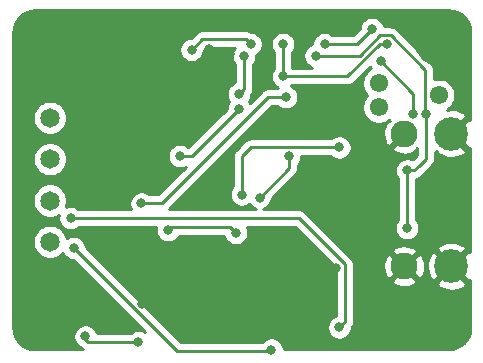
<source format=gbr>
%TF.GenerationSoftware,KiCad,Pcbnew,(5.1.12-1-g0a0a2da680)-1*%
%TF.CreationDate,2022-10-27T20:06:52+02:00*%
%TF.ProjectId,ThermoDeviceLogger,54686572-6d6f-4446-9576-6963654c6f67,rev?*%
%TF.SameCoordinates,Original*%
%TF.FileFunction,Copper,L2,Bot*%
%TF.FilePolarity,Positive*%
%FSLAX46Y46*%
G04 Gerber Fmt 4.6, Leading zero omitted, Abs format (unit mm)*
G04 Created by KiCad (PCBNEW (5.1.12-1-g0a0a2da680)-1) date 2022-10-27 20:06:52*
%MOMM*%
%LPD*%
G01*
G04 APERTURE LIST*
%TA.AperFunction,ComponentPad*%
%ADD10C,2.280000*%
%TD*%
%TA.AperFunction,ComponentPad*%
%ADD11C,2.850000*%
%TD*%
%TA.AperFunction,ComponentPad*%
%ADD12C,1.550000*%
%TD*%
%TA.AperFunction,ComponentPad*%
%ADD13C,1.650000*%
%TD*%
%TA.AperFunction,ViaPad*%
%ADD14C,5.000000*%
%TD*%
%TA.AperFunction,ViaPad*%
%ADD15C,0.800000*%
%TD*%
%TA.AperFunction,Conductor*%
%ADD16C,0.250000*%
%TD*%
%TA.AperFunction,Conductor*%
%ADD17C,0.254000*%
%TD*%
%TA.AperFunction,Conductor*%
%ADD18C,0.100000*%
%TD*%
G04 APERTURE END LIST*
D10*
%TO.P,J2,MH4*%
%TO.N,GND*%
X118750000Y-63580000D03*
D11*
%TO.P,J2,MH3*%
X122750000Y-63580000D03*
%TO.P,J2,MH2*%
X122750000Y-74820000D03*
D10*
%TO.P,J2,MH1*%
X118750000Y-74820000D03*
%TD*%
D12*
%TO.P,J3,9*%
%TO.N,N/C*%
X116590000Y-59319000D03*
%TO.P,J3,8*%
X116590000Y-61351000D03*
%TO.P,J3,7*%
X121670000Y-60335000D03*
%TD*%
D13*
%TO.P,J1,4*%
%TO.N,/ThermoCouple Modules/T-tcm2*%
X88750000Y-72750000D03*
%TO.P,J1,3*%
%TO.N,/ThermoCouple Modules/T+tcm2*%
X88750000Y-69250000D03*
%TO.P,J1,2*%
%TO.N,/ThermoCouple Modules/T-tcm1*%
X88750000Y-65750000D03*
%TO.P,J1,1*%
%TO.N,/ThermoCouple Modules/T+tcm1*%
X88750000Y-62250000D03*
%TD*%
D14*
%TO.N,GND*%
X122000000Y-79500000D03*
X88000000Y-79500000D03*
X88000000Y-55500000D03*
D15*
X96512653Y-77987347D03*
X101500000Y-76250000D03*
X105500000Y-76500000D03*
X113000000Y-75000000D03*
X94500000Y-79000000D03*
X103982499Y-56807805D03*
X102200000Y-56400000D03*
D14*
X122000000Y-55500000D03*
D15*
%TO.N,+5V*%
X111250000Y-57000000D03*
X105750000Y-56000000D03*
X100750000Y-56500000D03*
X120600000Y-61900000D03*
X119000000Y-66700000D03*
X119000000Y-71600000D03*
%TO.N,Net-(C4-Pad2)*%
X112000000Y-56000000D03*
X116000000Y-54750000D03*
%TO.N,/Cyrstal1*%
X104750000Y-60250000D03*
X105200000Y-57000000D03*
%TO.N,/CS_1*%
X108750000Y-60500000D03*
X96500000Y-69500000D03*
%TO.N,/CS_2*%
X109000000Y-65500000D03*
X106500000Y-69000000D03*
%TO.N,/SCK*%
X105000000Y-68750000D03*
X113250000Y-64750000D03*
%TO.N,/ThermoCouple Modules/T+tcm2*%
X90500000Y-70750000D03*
X113250000Y-80000000D03*
%TO.N,/ThermoCouple Modules/T-tcm2*%
X90750000Y-73250000D03*
X107500000Y-81875000D03*
%TO.N,/MISO*%
X104500000Y-72000000D03*
X98750000Y-71750000D03*
%TO.N,/PGD*%
X116767415Y-57459836D03*
X119500000Y-61900000D03*
%TO.N,/MCLR*%
X117250000Y-56000000D03*
X108500000Y-58750000D03*
X108500000Y-56000000D03*
%TO.N,/ThermoCouple Modules/T-tcm1*%
X96250000Y-81250000D03*
X91750000Y-80750000D03*
%TO.N,Net-(R2-Pad1)*%
X104750000Y-61500000D03*
X99750000Y-65500000D03*
%TD*%
D16*
%TO.N,GND*%
X96512653Y-77987347D02*
X98250000Y-76250000D01*
X98250000Y-76250000D02*
X101500000Y-76250000D01*
X101500000Y-76250000D02*
X105250000Y-76250000D01*
X105250000Y-76250000D02*
X105500000Y-76500000D01*
X105500000Y-76500000D02*
X106500000Y-76500000D01*
X106500000Y-76500000D02*
X108000000Y-75000000D01*
X108000000Y-75000000D02*
X108750000Y-75000000D01*
X108750000Y-75000000D02*
X113000000Y-75000000D01*
X88000000Y-79500000D02*
X94000000Y-79500000D01*
X94000000Y-79500000D02*
X94500000Y-79000000D01*
X103982499Y-56807805D02*
X103874694Y-56700000D01*
X102607805Y-56807805D02*
X102200000Y-56400000D01*
X103982499Y-56807805D02*
X102607805Y-56807805D01*
%TO.N,+5V*%
X117598001Y-55274999D02*
X116725001Y-55274999D01*
X120520000Y-58196998D02*
X117598001Y-55274999D01*
X116725001Y-55274999D02*
X115000000Y-57000000D01*
X115000000Y-57000000D02*
X111250000Y-57000000D01*
X105350001Y-55600001D02*
X101649999Y-55600001D01*
X105750000Y-56000000D02*
X105350001Y-55600001D01*
X101649999Y-55600001D02*
X100750000Y-56500000D01*
X120520000Y-61820000D02*
X120600000Y-61900000D01*
X120520000Y-58196998D02*
X120520000Y-61820000D01*
X120600000Y-61900000D02*
X120600000Y-65700000D01*
X120600000Y-65700000D02*
X120000000Y-66300000D01*
X119600000Y-66700000D02*
X119000000Y-66700000D01*
X120000000Y-66300000D02*
X119600000Y-66700000D01*
X119000000Y-66700000D02*
X119000000Y-71600000D01*
%TO.N,Net-(C4-Pad2)*%
X112000000Y-56000000D02*
X114500000Y-56000000D01*
X114750000Y-56000000D02*
X116000000Y-54750000D01*
X114500000Y-56000000D02*
X114750000Y-56000000D01*
%TO.N,/Cyrstal1*%
X105200000Y-59800000D02*
X105200000Y-57000000D01*
X104750000Y-60250000D02*
X105200000Y-59800000D01*
%TO.N,/CS_1*%
X108750000Y-60500000D02*
X107250000Y-60500000D01*
X107250000Y-60500000D02*
X98250000Y-69500000D01*
X98250000Y-69500000D02*
X96500000Y-69500000D01*
%TO.N,/CS_2*%
X109000000Y-65500000D02*
X109000000Y-66500000D01*
X109000000Y-66500000D02*
X106500000Y-69000000D01*
%TO.N,/SCK*%
X105000000Y-68750000D02*
X105000000Y-65500000D01*
X105000000Y-65500000D02*
X105250000Y-65250000D01*
X105250000Y-65250000D02*
X105750000Y-64750000D01*
X105750000Y-64750000D02*
X113250000Y-64750000D01*
%TO.N,/ThermoCouple Modules/T+tcm2*%
X113725001Y-79524999D02*
X113250000Y-80000000D01*
X113725001Y-74651999D02*
X113725001Y-79524999D01*
X109823002Y-70750000D02*
X113725001Y-74651999D01*
X90500000Y-70750000D02*
X109823002Y-70750000D01*
%TO.N,/ThermoCouple Modules/T-tcm2*%
X90750000Y-73250000D02*
X99500000Y-82000000D01*
X107375000Y-82000000D02*
X107500000Y-81875000D01*
X99500000Y-82000000D02*
X107375000Y-82000000D01*
%TO.N,/MISO*%
X104500000Y-72000000D02*
X104000000Y-71500000D01*
X99000000Y-71500000D02*
X98750000Y-71750000D01*
X104000000Y-71500000D02*
X99000000Y-71500000D01*
%TO.N,/PGD*%
X116767415Y-57517415D02*
X116767415Y-57459836D01*
X119500000Y-60192421D02*
X119500000Y-61900000D01*
X116767415Y-57459836D02*
X119500000Y-60192421D01*
%TO.N,/MCLR*%
X116684315Y-56000000D02*
X113934315Y-58750000D01*
X117250000Y-56000000D02*
X116684315Y-56000000D01*
X113934315Y-58750000D02*
X108500000Y-58750000D01*
X108500000Y-56000000D02*
X108500000Y-58750000D01*
%TO.N,/ThermoCouple Modules/T-tcm1*%
X96250000Y-81250000D02*
X92000000Y-81250000D01*
X92000000Y-81250000D02*
X91750000Y-81000000D01*
X91750000Y-81000000D02*
X91750000Y-80750000D01*
%TO.N,Net-(R2-Pad1)*%
X104750000Y-61500000D02*
X100750000Y-65500000D01*
X100750000Y-65500000D02*
X99750000Y-65500000D01*
%TD*%
D17*
%TO.N,GND*%
X122856775Y-53198147D02*
X123199967Y-53301763D01*
X123516489Y-53470062D01*
X123794299Y-53696637D01*
X124022806Y-53972856D01*
X124193310Y-54288197D01*
X124299319Y-54630656D01*
X124340000Y-55017712D01*
X124340000Y-62393803D01*
X124188250Y-62321355D01*
X122929605Y-63580000D01*
X124188250Y-64838645D01*
X124340000Y-64766197D01*
X124340001Y-73633803D01*
X124188250Y-73561355D01*
X122929605Y-74820000D01*
X124188250Y-76078645D01*
X124340001Y-76006197D01*
X124340001Y-79967711D01*
X124301853Y-80356776D01*
X124198238Y-80699964D01*
X124029939Y-81016489D01*
X123803365Y-81294296D01*
X123527146Y-81522805D01*
X123211803Y-81693310D01*
X122869344Y-81799319D01*
X122482288Y-81840000D01*
X108535000Y-81840000D01*
X108535000Y-81773061D01*
X108495226Y-81573102D01*
X108417205Y-81384744D01*
X108303937Y-81215226D01*
X108159774Y-81071063D01*
X107990256Y-80957795D01*
X107801898Y-80879774D01*
X107601939Y-80840000D01*
X107398061Y-80840000D01*
X107198102Y-80879774D01*
X107009744Y-80957795D01*
X106840226Y-81071063D01*
X106696063Y-81215226D01*
X106679510Y-81240000D01*
X99814802Y-81240000D01*
X91785000Y-73210199D01*
X91785000Y-73148061D01*
X91745226Y-72948102D01*
X91667205Y-72759744D01*
X91553937Y-72590226D01*
X91409774Y-72446063D01*
X91240256Y-72332795D01*
X91051898Y-72254774D01*
X90851939Y-72215000D01*
X90648061Y-72215000D01*
X90448102Y-72254774D01*
X90259744Y-72332795D01*
X90167832Y-72394209D01*
X90153893Y-72324134D01*
X90043835Y-72058431D01*
X89884056Y-71819304D01*
X89680696Y-71615944D01*
X89441569Y-71456165D01*
X89175866Y-71346107D01*
X88893797Y-71290000D01*
X88606203Y-71290000D01*
X88324134Y-71346107D01*
X88058431Y-71456165D01*
X87819304Y-71615944D01*
X87615944Y-71819304D01*
X87456165Y-72058431D01*
X87346107Y-72324134D01*
X87290000Y-72606203D01*
X87290000Y-72893797D01*
X87346107Y-73175866D01*
X87456165Y-73441569D01*
X87615944Y-73680696D01*
X87819304Y-73884056D01*
X88058431Y-74043835D01*
X88324134Y-74153893D01*
X88606203Y-74210000D01*
X88893797Y-74210000D01*
X89175866Y-74153893D01*
X89441569Y-74043835D01*
X89680696Y-73884056D01*
X89830364Y-73734388D01*
X89832795Y-73740256D01*
X89946063Y-73909774D01*
X90090226Y-74053937D01*
X90259744Y-74167205D01*
X90448102Y-74245226D01*
X90648061Y-74285000D01*
X90710199Y-74285000D01*
X96793710Y-80368512D01*
X96740256Y-80332795D01*
X96551898Y-80254774D01*
X96351939Y-80215000D01*
X96148061Y-80215000D01*
X95948102Y-80254774D01*
X95759744Y-80332795D01*
X95590226Y-80446063D01*
X95546289Y-80490000D01*
X92753560Y-80490000D01*
X92745226Y-80448102D01*
X92667205Y-80259744D01*
X92553937Y-80090226D01*
X92409774Y-79946063D01*
X92240256Y-79832795D01*
X92051898Y-79754774D01*
X91851939Y-79715000D01*
X91648061Y-79715000D01*
X91448102Y-79754774D01*
X91259744Y-79832795D01*
X91090226Y-79946063D01*
X90946063Y-80090226D01*
X90832795Y-80259744D01*
X90754774Y-80448102D01*
X90715000Y-80648061D01*
X90715000Y-80851939D01*
X90754774Y-81051898D01*
X90832795Y-81240256D01*
X90946063Y-81409774D01*
X91090226Y-81553937D01*
X91259744Y-81667205D01*
X91400853Y-81725655D01*
X91436200Y-81761002D01*
X91459999Y-81790001D01*
X91520923Y-81840000D01*
X87532279Y-81840000D01*
X87143224Y-81801853D01*
X86800036Y-81698238D01*
X86483511Y-81529939D01*
X86205704Y-81303365D01*
X85977195Y-81027146D01*
X85806690Y-80711803D01*
X85700681Y-80369344D01*
X85660000Y-79982288D01*
X85660000Y-69106203D01*
X87290000Y-69106203D01*
X87290000Y-69393797D01*
X87346107Y-69675866D01*
X87456165Y-69941569D01*
X87615944Y-70180696D01*
X87819304Y-70384056D01*
X88058431Y-70543835D01*
X88324134Y-70653893D01*
X88606203Y-70710000D01*
X88893797Y-70710000D01*
X89175866Y-70653893D01*
X89441569Y-70543835D01*
X89492501Y-70509804D01*
X89465000Y-70648061D01*
X89465000Y-70851939D01*
X89504774Y-71051898D01*
X89582795Y-71240256D01*
X89696063Y-71409774D01*
X89840226Y-71553937D01*
X90009744Y-71667205D01*
X90198102Y-71745226D01*
X90398061Y-71785000D01*
X90601939Y-71785000D01*
X90801898Y-71745226D01*
X90990256Y-71667205D01*
X91159774Y-71553937D01*
X91203711Y-71510000D01*
X97742462Y-71510000D01*
X97715000Y-71648061D01*
X97715000Y-71851939D01*
X97754774Y-72051898D01*
X97832795Y-72240256D01*
X97946063Y-72409774D01*
X98090226Y-72553937D01*
X98259744Y-72667205D01*
X98448102Y-72745226D01*
X98648061Y-72785000D01*
X98851939Y-72785000D01*
X99051898Y-72745226D01*
X99240256Y-72667205D01*
X99409774Y-72553937D01*
X99553937Y-72409774D01*
X99654013Y-72260000D01*
X103496440Y-72260000D01*
X103504774Y-72301898D01*
X103582795Y-72490256D01*
X103696063Y-72659774D01*
X103840226Y-72803937D01*
X104009744Y-72917205D01*
X104198102Y-72995226D01*
X104398061Y-73035000D01*
X104601939Y-73035000D01*
X104801898Y-72995226D01*
X104990256Y-72917205D01*
X105159774Y-72803937D01*
X105303937Y-72659774D01*
X105417205Y-72490256D01*
X105495226Y-72301898D01*
X105535000Y-72101939D01*
X105535000Y-71898061D01*
X105495226Y-71698102D01*
X105417311Y-71510000D01*
X109508201Y-71510000D01*
X112965001Y-74966801D01*
X112965002Y-79001412D01*
X112948102Y-79004774D01*
X112759744Y-79082795D01*
X112590226Y-79196063D01*
X112446063Y-79340226D01*
X112332795Y-79509744D01*
X112254774Y-79698102D01*
X112215000Y-79898061D01*
X112215000Y-80101939D01*
X112254774Y-80301898D01*
X112332795Y-80490256D01*
X112446063Y-80659774D01*
X112590226Y-80803937D01*
X112759744Y-80917205D01*
X112948102Y-80995226D01*
X113148061Y-81035000D01*
X113351939Y-81035000D01*
X113551898Y-80995226D01*
X113740256Y-80917205D01*
X113909774Y-80803937D01*
X114053937Y-80659774D01*
X114167205Y-80490256D01*
X114245226Y-80301898D01*
X114285000Y-80101939D01*
X114285000Y-80040632D01*
X114359975Y-79949275D01*
X114430547Y-79817246D01*
X114474004Y-79673985D01*
X114485001Y-79562332D01*
X114485001Y-79562322D01*
X114488677Y-79524999D01*
X114485001Y-79487676D01*
X114485001Y-76055222D01*
X117694384Y-76055222D01*
X117807039Y-76333940D01*
X118120513Y-76488812D01*
X118458178Y-76579554D01*
X118807057Y-76602676D01*
X119153743Y-76557291D01*
X119484914Y-76445144D01*
X119692961Y-76333940D01*
X119723554Y-76258250D01*
X121491355Y-76258250D01*
X121638342Y-76566132D01*
X122000356Y-76749455D01*
X122391178Y-76858629D01*
X122795789Y-76889460D01*
X123198641Y-76840763D01*
X123584252Y-76714408D01*
X123861658Y-76566132D01*
X124008645Y-76258250D01*
X122750000Y-74999605D01*
X121491355Y-76258250D01*
X119723554Y-76258250D01*
X119805616Y-76055222D01*
X118750000Y-74999605D01*
X117694384Y-76055222D01*
X114485001Y-76055222D01*
X114485001Y-74877057D01*
X116967324Y-74877057D01*
X117012709Y-75223743D01*
X117124856Y-75554914D01*
X117236060Y-75762961D01*
X117514778Y-75875616D01*
X118570395Y-74820000D01*
X118929605Y-74820000D01*
X119985222Y-75875616D01*
X120263940Y-75762961D01*
X120418812Y-75449487D01*
X120509554Y-75111822D01*
X120525859Y-74865789D01*
X120680540Y-74865789D01*
X120729237Y-75268641D01*
X120855592Y-75654252D01*
X121003868Y-75931658D01*
X121311750Y-76078645D01*
X122570395Y-74820000D01*
X121311750Y-73561355D01*
X121003868Y-73708342D01*
X120820545Y-74070356D01*
X120711371Y-74461178D01*
X120680540Y-74865789D01*
X120525859Y-74865789D01*
X120532676Y-74762943D01*
X120487291Y-74416257D01*
X120375144Y-74085086D01*
X120263940Y-73877039D01*
X119985222Y-73764384D01*
X118929605Y-74820000D01*
X118570395Y-74820000D01*
X117514778Y-73764384D01*
X117236060Y-73877039D01*
X117081188Y-74190513D01*
X116990446Y-74528178D01*
X116967324Y-74877057D01*
X114485001Y-74877057D01*
X114485001Y-74689322D01*
X114488677Y-74651999D01*
X114485001Y-74614676D01*
X114485001Y-74614666D01*
X114474004Y-74503013D01*
X114430547Y-74359752D01*
X114359976Y-74227724D01*
X114359975Y-74227722D01*
X114288800Y-74140996D01*
X114265002Y-74111998D01*
X114236005Y-74088201D01*
X113732582Y-73584778D01*
X117694384Y-73584778D01*
X118750000Y-74640395D01*
X119805616Y-73584778D01*
X119723555Y-73381750D01*
X121491355Y-73381750D01*
X122750000Y-74640395D01*
X124008645Y-73381750D01*
X123861658Y-73073868D01*
X123499644Y-72890545D01*
X123108822Y-72781371D01*
X122704211Y-72750540D01*
X122301359Y-72799237D01*
X121915748Y-72925592D01*
X121638342Y-73073868D01*
X121491355Y-73381750D01*
X119723555Y-73381750D01*
X119692961Y-73306060D01*
X119379487Y-73151188D01*
X119041822Y-73060446D01*
X118692943Y-73037324D01*
X118346257Y-73082709D01*
X118015086Y-73194856D01*
X117807039Y-73306060D01*
X117694384Y-73584778D01*
X113732582Y-73584778D01*
X110386806Y-70239003D01*
X110363003Y-70209999D01*
X110247278Y-70115026D01*
X110115249Y-70044454D01*
X109971988Y-70000997D01*
X109860335Y-69990000D01*
X109860324Y-69990000D01*
X109823002Y-69986324D01*
X109785680Y-69990000D01*
X106814515Y-69990000D01*
X106990256Y-69917205D01*
X107159774Y-69803937D01*
X107303937Y-69659774D01*
X107417205Y-69490256D01*
X107495226Y-69301898D01*
X107535000Y-69101939D01*
X107535000Y-69039801D01*
X109511003Y-67063799D01*
X109540001Y-67040001D01*
X109579192Y-66992247D01*
X109634974Y-66924277D01*
X109705546Y-66792247D01*
X109733528Y-66700000D01*
X109749003Y-66648986D01*
X109760000Y-66537333D01*
X109760000Y-66537323D01*
X109763676Y-66500000D01*
X109760000Y-66462677D01*
X109760000Y-66203711D01*
X109803937Y-66159774D01*
X109917205Y-65990256D01*
X109995226Y-65801898D01*
X110035000Y-65601939D01*
X110035000Y-65510000D01*
X112546289Y-65510000D01*
X112590226Y-65553937D01*
X112759744Y-65667205D01*
X112948102Y-65745226D01*
X113148061Y-65785000D01*
X113351939Y-65785000D01*
X113551898Y-65745226D01*
X113740256Y-65667205D01*
X113909774Y-65553937D01*
X114053937Y-65409774D01*
X114167205Y-65240256D01*
X114245226Y-65051898D01*
X114285000Y-64851939D01*
X114285000Y-64648061D01*
X114245226Y-64448102D01*
X114167205Y-64259744D01*
X114053937Y-64090226D01*
X113909774Y-63946063D01*
X113740256Y-63832795D01*
X113551898Y-63754774D01*
X113351939Y-63715000D01*
X113148061Y-63715000D01*
X112948102Y-63754774D01*
X112759744Y-63832795D01*
X112590226Y-63946063D01*
X112546289Y-63990000D01*
X105787325Y-63990000D01*
X105750000Y-63986324D01*
X105712675Y-63990000D01*
X105712667Y-63990000D01*
X105601014Y-64000997D01*
X105457753Y-64044454D01*
X105325724Y-64115026D01*
X105209999Y-64209999D01*
X105186196Y-64239003D01*
X104739003Y-64686196D01*
X104738997Y-64686201D01*
X104488997Y-64936202D01*
X104460000Y-64959999D01*
X104436202Y-64988997D01*
X104436201Y-64988998D01*
X104365026Y-65075724D01*
X104294454Y-65207754D01*
X104281639Y-65250001D01*
X104254475Y-65339554D01*
X104250998Y-65351015D01*
X104236324Y-65500000D01*
X104240001Y-65537332D01*
X104240000Y-68046289D01*
X104196063Y-68090226D01*
X104082795Y-68259744D01*
X104004774Y-68448102D01*
X103965000Y-68648061D01*
X103965000Y-68851939D01*
X104004774Y-69051898D01*
X104082795Y-69240256D01*
X104196063Y-69409774D01*
X104340226Y-69553937D01*
X104509744Y-69667205D01*
X104698102Y-69745226D01*
X104898061Y-69785000D01*
X105101939Y-69785000D01*
X105301898Y-69745226D01*
X105490256Y-69667205D01*
X105635972Y-69569841D01*
X105696063Y-69659774D01*
X105840226Y-69803937D01*
X106009744Y-69917205D01*
X106185485Y-69990000D01*
X98834801Y-69990000D01*
X107564802Y-61260000D01*
X108046289Y-61260000D01*
X108090226Y-61303937D01*
X108259744Y-61417205D01*
X108448102Y-61495226D01*
X108648061Y-61535000D01*
X108851939Y-61535000D01*
X109051898Y-61495226D01*
X109240256Y-61417205D01*
X109409774Y-61303937D01*
X109553937Y-61159774D01*
X109667205Y-60990256D01*
X109745226Y-60801898D01*
X109785000Y-60601939D01*
X109785000Y-60398061D01*
X109745226Y-60198102D01*
X109667205Y-60009744D01*
X109553937Y-59840226D01*
X109409774Y-59696063D01*
X109240256Y-59582795D01*
X109162941Y-59550770D01*
X109203711Y-59510000D01*
X113896993Y-59510000D01*
X113934315Y-59513676D01*
X113971637Y-59510000D01*
X113971648Y-59510000D01*
X114083301Y-59499003D01*
X114226562Y-59455546D01*
X114358591Y-59384974D01*
X114474316Y-59290001D01*
X114498119Y-59260997D01*
X115838147Y-57920970D01*
X115850210Y-57950092D01*
X115928274Y-58066924D01*
X115922115Y-58069475D01*
X115691178Y-58223782D01*
X115494782Y-58420178D01*
X115340475Y-58651115D01*
X115234186Y-58907718D01*
X115180000Y-59180127D01*
X115180000Y-59457873D01*
X115234186Y-59730282D01*
X115340475Y-59986885D01*
X115494782Y-60217822D01*
X115611960Y-60335000D01*
X115494782Y-60452178D01*
X115340475Y-60683115D01*
X115234186Y-60939718D01*
X115180000Y-61212127D01*
X115180000Y-61489873D01*
X115234186Y-61762282D01*
X115340475Y-62018885D01*
X115494782Y-62249822D01*
X115691178Y-62446218D01*
X115922115Y-62600525D01*
X116178718Y-62706814D01*
X116451127Y-62761000D01*
X116728873Y-62761000D01*
X117001282Y-62706814D01*
X117257885Y-62600525D01*
X117457523Y-62467131D01*
X117514777Y-62524385D01*
X117236060Y-62637039D01*
X117081188Y-62950513D01*
X116990446Y-63288178D01*
X116967324Y-63637057D01*
X117012709Y-63983743D01*
X117124856Y-64314914D01*
X117236060Y-64522961D01*
X117514778Y-64635616D01*
X118570395Y-63580000D01*
X118556252Y-63565858D01*
X118735858Y-63386252D01*
X118750000Y-63400395D01*
X118764143Y-63386253D01*
X118943748Y-63565858D01*
X118929605Y-63580000D01*
X118943748Y-63594142D01*
X118764142Y-63773748D01*
X118750000Y-63759605D01*
X117694384Y-64815222D01*
X117807039Y-65093940D01*
X118120513Y-65248812D01*
X118458178Y-65339554D01*
X118807057Y-65362676D01*
X119153743Y-65317291D01*
X119484914Y-65205144D01*
X119692961Y-65093940D01*
X119805615Y-64815223D01*
X119840001Y-64849609D01*
X119840001Y-65385197D01*
X119489002Y-65736197D01*
X119488997Y-65736201D01*
X119456419Y-65768779D01*
X119301898Y-65704774D01*
X119101939Y-65665000D01*
X118898061Y-65665000D01*
X118698102Y-65704774D01*
X118509744Y-65782795D01*
X118340226Y-65896063D01*
X118196063Y-66040226D01*
X118082795Y-66209744D01*
X118004774Y-66398102D01*
X117965000Y-66598061D01*
X117965000Y-66801939D01*
X118004774Y-67001898D01*
X118082795Y-67190256D01*
X118196063Y-67359774D01*
X118240000Y-67403711D01*
X118240001Y-70896288D01*
X118196063Y-70940226D01*
X118082795Y-71109744D01*
X118004774Y-71298102D01*
X117965000Y-71498061D01*
X117965000Y-71701939D01*
X118004774Y-71901898D01*
X118082795Y-72090256D01*
X118196063Y-72259774D01*
X118340226Y-72403937D01*
X118509744Y-72517205D01*
X118698102Y-72595226D01*
X118898061Y-72635000D01*
X119101939Y-72635000D01*
X119301898Y-72595226D01*
X119490256Y-72517205D01*
X119659774Y-72403937D01*
X119803937Y-72259774D01*
X119917205Y-72090256D01*
X119995226Y-71901898D01*
X120035000Y-71701939D01*
X120035000Y-71498061D01*
X119995226Y-71298102D01*
X119917205Y-71109744D01*
X119803937Y-70940226D01*
X119760000Y-70896289D01*
X119760000Y-67445662D01*
X119892247Y-67405546D01*
X120024276Y-67334974D01*
X120140001Y-67240001D01*
X120163803Y-67210998D01*
X120563799Y-66811003D01*
X120563803Y-66810998D01*
X121111002Y-66263800D01*
X121140001Y-66240001D01*
X121181858Y-66188998D01*
X121234974Y-66124277D01*
X121305546Y-65992247D01*
X121318059Y-65950997D01*
X121349003Y-65848986D01*
X121360000Y-65737333D01*
X121360000Y-65737324D01*
X121363676Y-65700001D01*
X121360000Y-65662678D01*
X121360000Y-65116508D01*
X121376550Y-65133058D01*
X121491356Y-65018252D01*
X121638342Y-65326132D01*
X122000356Y-65509455D01*
X122391178Y-65618629D01*
X122795789Y-65649460D01*
X123198641Y-65600763D01*
X123584252Y-65474408D01*
X123861658Y-65326132D01*
X124008645Y-65018250D01*
X122750000Y-63759605D01*
X122735858Y-63773748D01*
X122556253Y-63594143D01*
X122570395Y-63580000D01*
X122556253Y-63565858D01*
X122735858Y-63386253D01*
X122750000Y-63400395D01*
X124008645Y-62141750D01*
X123861658Y-61833868D01*
X123499644Y-61650545D01*
X123108822Y-61541371D01*
X122704211Y-61510540D01*
X122392158Y-61548261D01*
X122568822Y-61430218D01*
X122765218Y-61233822D01*
X122919525Y-61002885D01*
X123025814Y-60746282D01*
X123080000Y-60473873D01*
X123080000Y-60196127D01*
X123025814Y-59923718D01*
X122919525Y-59667115D01*
X122765218Y-59436178D01*
X122568822Y-59239782D01*
X122337885Y-59085475D01*
X122081282Y-58979186D01*
X121808873Y-58925000D01*
X121531127Y-58925000D01*
X121280000Y-58974953D01*
X121280000Y-58234331D01*
X121283677Y-58196998D01*
X121269003Y-58048012D01*
X121225546Y-57904751D01*
X121154974Y-57772722D01*
X121083799Y-57685995D01*
X121060001Y-57656997D01*
X121031004Y-57633200D01*
X118161805Y-54764002D01*
X118138002Y-54734998D01*
X118022277Y-54640025D01*
X117890248Y-54569453D01*
X117746987Y-54525996D01*
X117635334Y-54514999D01*
X117635323Y-54514999D01*
X117598001Y-54511323D01*
X117560679Y-54514999D01*
X117008533Y-54514999D01*
X116995226Y-54448102D01*
X116917205Y-54259744D01*
X116803937Y-54090226D01*
X116659774Y-53946063D01*
X116490256Y-53832795D01*
X116301898Y-53754774D01*
X116101939Y-53715000D01*
X115898061Y-53715000D01*
X115698102Y-53754774D01*
X115509744Y-53832795D01*
X115340226Y-53946063D01*
X115196063Y-54090226D01*
X115082795Y-54259744D01*
X115004774Y-54448102D01*
X114965000Y-54648061D01*
X114965000Y-54710198D01*
X114435199Y-55240000D01*
X112703711Y-55240000D01*
X112659774Y-55196063D01*
X112490256Y-55082795D01*
X112301898Y-55004774D01*
X112101939Y-54965000D01*
X111898061Y-54965000D01*
X111698102Y-55004774D01*
X111509744Y-55082795D01*
X111340226Y-55196063D01*
X111196063Y-55340226D01*
X111082795Y-55509744D01*
X111004774Y-55698102D01*
X110965000Y-55898061D01*
X110965000Y-56001413D01*
X110948102Y-56004774D01*
X110759744Y-56082795D01*
X110590226Y-56196063D01*
X110446063Y-56340226D01*
X110332795Y-56509744D01*
X110254774Y-56698102D01*
X110215000Y-56898061D01*
X110215000Y-57101939D01*
X110254774Y-57301898D01*
X110332795Y-57490256D01*
X110446063Y-57659774D01*
X110590226Y-57803937D01*
X110759744Y-57917205D01*
X110935485Y-57990000D01*
X109260000Y-57990000D01*
X109260000Y-56703711D01*
X109303937Y-56659774D01*
X109417205Y-56490256D01*
X109495226Y-56301898D01*
X109535000Y-56101939D01*
X109535000Y-55898061D01*
X109495226Y-55698102D01*
X109417205Y-55509744D01*
X109303937Y-55340226D01*
X109159774Y-55196063D01*
X108990256Y-55082795D01*
X108801898Y-55004774D01*
X108601939Y-54965000D01*
X108398061Y-54965000D01*
X108198102Y-55004774D01*
X108009744Y-55082795D01*
X107840226Y-55196063D01*
X107696063Y-55340226D01*
X107582795Y-55509744D01*
X107504774Y-55698102D01*
X107465000Y-55898061D01*
X107465000Y-56101939D01*
X107504774Y-56301898D01*
X107582795Y-56490256D01*
X107696063Y-56659774D01*
X107740000Y-56703711D01*
X107740001Y-58046288D01*
X107696063Y-58090226D01*
X107582795Y-58259744D01*
X107504774Y-58448102D01*
X107465000Y-58648061D01*
X107465000Y-58851939D01*
X107504774Y-59051898D01*
X107582795Y-59240256D01*
X107696063Y-59409774D01*
X107840226Y-59553937D01*
X108009744Y-59667205D01*
X108087059Y-59699230D01*
X108046289Y-59740000D01*
X107287322Y-59740000D01*
X107249999Y-59736324D01*
X107212676Y-59740000D01*
X107212667Y-59740000D01*
X107101014Y-59750997D01*
X106957753Y-59794454D01*
X106825723Y-59865026D01*
X106742083Y-59933668D01*
X106709999Y-59959999D01*
X106686201Y-59988997D01*
X105666504Y-61008694D01*
X105577172Y-60875000D01*
X105667205Y-60740256D01*
X105745226Y-60551898D01*
X105785000Y-60351939D01*
X105785000Y-60285170D01*
X105813863Y-60250000D01*
X105834974Y-60224277D01*
X105905546Y-60092247D01*
X105920352Y-60043436D01*
X105949003Y-59948986D01*
X105960000Y-59837333D01*
X105960000Y-59837324D01*
X105963676Y-59800001D01*
X105960000Y-59762678D01*
X105960000Y-57703711D01*
X106003937Y-57659774D01*
X106117205Y-57490256D01*
X106195226Y-57301898D01*
X106235000Y-57101939D01*
X106235000Y-56919382D01*
X106240256Y-56917205D01*
X106409774Y-56803937D01*
X106553937Y-56659774D01*
X106667205Y-56490256D01*
X106745226Y-56301898D01*
X106785000Y-56101939D01*
X106785000Y-55898061D01*
X106745226Y-55698102D01*
X106667205Y-55509744D01*
X106553937Y-55340226D01*
X106409774Y-55196063D01*
X106240256Y-55082795D01*
X106051898Y-55004774D01*
X105851939Y-54965000D01*
X105774226Y-54965000D01*
X105642248Y-54894455D01*
X105498987Y-54850998D01*
X105387334Y-54840001D01*
X105387323Y-54840001D01*
X105350001Y-54836325D01*
X105312679Y-54840001D01*
X101687324Y-54840001D01*
X101649999Y-54836325D01*
X101612674Y-54840001D01*
X101612666Y-54840001D01*
X101501013Y-54850998D01*
X101357752Y-54894455D01*
X101225723Y-54965027D01*
X101109998Y-55060000D01*
X101086200Y-55088998D01*
X100710198Y-55465000D01*
X100648061Y-55465000D01*
X100448102Y-55504774D01*
X100259744Y-55582795D01*
X100090226Y-55696063D01*
X99946063Y-55840226D01*
X99832795Y-56009744D01*
X99754774Y-56198102D01*
X99715000Y-56398061D01*
X99715000Y-56601939D01*
X99754774Y-56801898D01*
X99832795Y-56990256D01*
X99946063Y-57159774D01*
X100090226Y-57303937D01*
X100259744Y-57417205D01*
X100448102Y-57495226D01*
X100648061Y-57535000D01*
X100851939Y-57535000D01*
X101051898Y-57495226D01*
X101240256Y-57417205D01*
X101409774Y-57303937D01*
X101553937Y-57159774D01*
X101667205Y-56990256D01*
X101745226Y-56801898D01*
X101785000Y-56601939D01*
X101785000Y-56539802D01*
X101964801Y-56360001D01*
X104382850Y-56360001D01*
X104282795Y-56509744D01*
X104204774Y-56698102D01*
X104165000Y-56898061D01*
X104165000Y-57101939D01*
X104204774Y-57301898D01*
X104282795Y-57490256D01*
X104396063Y-57659774D01*
X104440001Y-57703712D01*
X104440000Y-59258130D01*
X104259744Y-59332795D01*
X104090226Y-59446063D01*
X103946063Y-59590226D01*
X103832795Y-59759744D01*
X103754774Y-59948102D01*
X103715000Y-60148061D01*
X103715000Y-60351939D01*
X103754774Y-60551898D01*
X103832795Y-60740256D01*
X103922828Y-60875000D01*
X103832795Y-61009744D01*
X103754774Y-61198102D01*
X103715000Y-61398061D01*
X103715000Y-61460198D01*
X100444455Y-64730744D01*
X100409774Y-64696063D01*
X100240256Y-64582795D01*
X100051898Y-64504774D01*
X99851939Y-64465000D01*
X99648061Y-64465000D01*
X99448102Y-64504774D01*
X99259744Y-64582795D01*
X99090226Y-64696063D01*
X98946063Y-64840226D01*
X98832795Y-65009744D01*
X98754774Y-65198102D01*
X98715000Y-65398061D01*
X98715000Y-65601939D01*
X98754774Y-65801898D01*
X98832795Y-65990256D01*
X98946063Y-66159774D01*
X99090226Y-66303937D01*
X99259744Y-66417205D01*
X99448102Y-66495226D01*
X99648061Y-66535000D01*
X99851939Y-66535000D01*
X100051898Y-66495226D01*
X100240256Y-66417205D01*
X100293711Y-66381487D01*
X97935199Y-68740000D01*
X97203711Y-68740000D01*
X97159774Y-68696063D01*
X96990256Y-68582795D01*
X96801898Y-68504774D01*
X96601939Y-68465000D01*
X96398061Y-68465000D01*
X96198102Y-68504774D01*
X96009744Y-68582795D01*
X95840226Y-68696063D01*
X95696063Y-68840226D01*
X95582795Y-69009744D01*
X95504774Y-69198102D01*
X95465000Y-69398061D01*
X95465000Y-69601939D01*
X95504774Y-69801898D01*
X95582689Y-69990000D01*
X91203711Y-69990000D01*
X91159774Y-69946063D01*
X90990256Y-69832795D01*
X90801898Y-69754774D01*
X90601939Y-69715000D01*
X90398061Y-69715000D01*
X90198102Y-69754774D01*
X90105283Y-69793221D01*
X90153893Y-69675866D01*
X90210000Y-69393797D01*
X90210000Y-69106203D01*
X90153893Y-68824134D01*
X90043835Y-68558431D01*
X89884056Y-68319304D01*
X89680696Y-68115944D01*
X89441569Y-67956165D01*
X89175866Y-67846107D01*
X88893797Y-67790000D01*
X88606203Y-67790000D01*
X88324134Y-67846107D01*
X88058431Y-67956165D01*
X87819304Y-68115944D01*
X87615944Y-68319304D01*
X87456165Y-68558431D01*
X87346107Y-68824134D01*
X87290000Y-69106203D01*
X85660000Y-69106203D01*
X85660000Y-65606203D01*
X87290000Y-65606203D01*
X87290000Y-65893797D01*
X87346107Y-66175866D01*
X87456165Y-66441569D01*
X87615944Y-66680696D01*
X87819304Y-66884056D01*
X88058431Y-67043835D01*
X88324134Y-67153893D01*
X88606203Y-67210000D01*
X88893797Y-67210000D01*
X89175866Y-67153893D01*
X89441569Y-67043835D01*
X89680696Y-66884056D01*
X89884056Y-66680696D01*
X90043835Y-66441569D01*
X90153893Y-66175866D01*
X90210000Y-65893797D01*
X90210000Y-65606203D01*
X90153893Y-65324134D01*
X90043835Y-65058431D01*
X89884056Y-64819304D01*
X89680696Y-64615944D01*
X89441569Y-64456165D01*
X89175866Y-64346107D01*
X88893797Y-64290000D01*
X88606203Y-64290000D01*
X88324134Y-64346107D01*
X88058431Y-64456165D01*
X87819304Y-64615944D01*
X87615944Y-64819304D01*
X87456165Y-65058431D01*
X87346107Y-65324134D01*
X87290000Y-65606203D01*
X85660000Y-65606203D01*
X85660000Y-62106203D01*
X87290000Y-62106203D01*
X87290000Y-62393797D01*
X87346107Y-62675866D01*
X87456165Y-62941569D01*
X87615944Y-63180696D01*
X87819304Y-63384056D01*
X88058431Y-63543835D01*
X88324134Y-63653893D01*
X88606203Y-63710000D01*
X88893797Y-63710000D01*
X89175866Y-63653893D01*
X89441569Y-63543835D01*
X89680696Y-63384056D01*
X89884056Y-63180696D01*
X90043835Y-62941569D01*
X90153893Y-62675866D01*
X90210000Y-62393797D01*
X90210000Y-62106203D01*
X90153893Y-61824134D01*
X90043835Y-61558431D01*
X89884056Y-61319304D01*
X89680696Y-61115944D01*
X89441569Y-60956165D01*
X89175866Y-60846107D01*
X88893797Y-60790000D01*
X88606203Y-60790000D01*
X88324134Y-60846107D01*
X88058431Y-60956165D01*
X87819304Y-61115944D01*
X87615944Y-61319304D01*
X87456165Y-61558431D01*
X87346107Y-61824134D01*
X87290000Y-62106203D01*
X85660000Y-62106203D01*
X85660000Y-55032279D01*
X85698147Y-54643225D01*
X85801763Y-54300033D01*
X85970062Y-53983511D01*
X86196637Y-53705701D01*
X86472856Y-53477194D01*
X86788197Y-53306690D01*
X87130656Y-53200681D01*
X87517712Y-53160000D01*
X122467721Y-53160000D01*
X122856775Y-53198147D01*
%TA.AperFunction,Conductor*%
D18*
G36*
X122856775Y-53198147D02*
G01*
X123199967Y-53301763D01*
X123516489Y-53470062D01*
X123794299Y-53696637D01*
X124022806Y-53972856D01*
X124193310Y-54288197D01*
X124299319Y-54630656D01*
X124340000Y-55017712D01*
X124340000Y-62393803D01*
X124188250Y-62321355D01*
X122929605Y-63580000D01*
X124188250Y-64838645D01*
X124340000Y-64766197D01*
X124340001Y-73633803D01*
X124188250Y-73561355D01*
X122929605Y-74820000D01*
X124188250Y-76078645D01*
X124340001Y-76006197D01*
X124340001Y-79967711D01*
X124301853Y-80356776D01*
X124198238Y-80699964D01*
X124029939Y-81016489D01*
X123803365Y-81294296D01*
X123527146Y-81522805D01*
X123211803Y-81693310D01*
X122869344Y-81799319D01*
X122482288Y-81840000D01*
X108535000Y-81840000D01*
X108535000Y-81773061D01*
X108495226Y-81573102D01*
X108417205Y-81384744D01*
X108303937Y-81215226D01*
X108159774Y-81071063D01*
X107990256Y-80957795D01*
X107801898Y-80879774D01*
X107601939Y-80840000D01*
X107398061Y-80840000D01*
X107198102Y-80879774D01*
X107009744Y-80957795D01*
X106840226Y-81071063D01*
X106696063Y-81215226D01*
X106679510Y-81240000D01*
X99814802Y-81240000D01*
X91785000Y-73210199D01*
X91785000Y-73148061D01*
X91745226Y-72948102D01*
X91667205Y-72759744D01*
X91553937Y-72590226D01*
X91409774Y-72446063D01*
X91240256Y-72332795D01*
X91051898Y-72254774D01*
X90851939Y-72215000D01*
X90648061Y-72215000D01*
X90448102Y-72254774D01*
X90259744Y-72332795D01*
X90167832Y-72394209D01*
X90153893Y-72324134D01*
X90043835Y-72058431D01*
X89884056Y-71819304D01*
X89680696Y-71615944D01*
X89441569Y-71456165D01*
X89175866Y-71346107D01*
X88893797Y-71290000D01*
X88606203Y-71290000D01*
X88324134Y-71346107D01*
X88058431Y-71456165D01*
X87819304Y-71615944D01*
X87615944Y-71819304D01*
X87456165Y-72058431D01*
X87346107Y-72324134D01*
X87290000Y-72606203D01*
X87290000Y-72893797D01*
X87346107Y-73175866D01*
X87456165Y-73441569D01*
X87615944Y-73680696D01*
X87819304Y-73884056D01*
X88058431Y-74043835D01*
X88324134Y-74153893D01*
X88606203Y-74210000D01*
X88893797Y-74210000D01*
X89175866Y-74153893D01*
X89441569Y-74043835D01*
X89680696Y-73884056D01*
X89830364Y-73734388D01*
X89832795Y-73740256D01*
X89946063Y-73909774D01*
X90090226Y-74053937D01*
X90259744Y-74167205D01*
X90448102Y-74245226D01*
X90648061Y-74285000D01*
X90710199Y-74285000D01*
X96793710Y-80368512D01*
X96740256Y-80332795D01*
X96551898Y-80254774D01*
X96351939Y-80215000D01*
X96148061Y-80215000D01*
X95948102Y-80254774D01*
X95759744Y-80332795D01*
X95590226Y-80446063D01*
X95546289Y-80490000D01*
X92753560Y-80490000D01*
X92745226Y-80448102D01*
X92667205Y-80259744D01*
X92553937Y-80090226D01*
X92409774Y-79946063D01*
X92240256Y-79832795D01*
X92051898Y-79754774D01*
X91851939Y-79715000D01*
X91648061Y-79715000D01*
X91448102Y-79754774D01*
X91259744Y-79832795D01*
X91090226Y-79946063D01*
X90946063Y-80090226D01*
X90832795Y-80259744D01*
X90754774Y-80448102D01*
X90715000Y-80648061D01*
X90715000Y-80851939D01*
X90754774Y-81051898D01*
X90832795Y-81240256D01*
X90946063Y-81409774D01*
X91090226Y-81553937D01*
X91259744Y-81667205D01*
X91400853Y-81725655D01*
X91436200Y-81761002D01*
X91459999Y-81790001D01*
X91520923Y-81840000D01*
X87532279Y-81840000D01*
X87143224Y-81801853D01*
X86800036Y-81698238D01*
X86483511Y-81529939D01*
X86205704Y-81303365D01*
X85977195Y-81027146D01*
X85806690Y-80711803D01*
X85700681Y-80369344D01*
X85660000Y-79982288D01*
X85660000Y-69106203D01*
X87290000Y-69106203D01*
X87290000Y-69393797D01*
X87346107Y-69675866D01*
X87456165Y-69941569D01*
X87615944Y-70180696D01*
X87819304Y-70384056D01*
X88058431Y-70543835D01*
X88324134Y-70653893D01*
X88606203Y-70710000D01*
X88893797Y-70710000D01*
X89175866Y-70653893D01*
X89441569Y-70543835D01*
X89492501Y-70509804D01*
X89465000Y-70648061D01*
X89465000Y-70851939D01*
X89504774Y-71051898D01*
X89582795Y-71240256D01*
X89696063Y-71409774D01*
X89840226Y-71553937D01*
X90009744Y-71667205D01*
X90198102Y-71745226D01*
X90398061Y-71785000D01*
X90601939Y-71785000D01*
X90801898Y-71745226D01*
X90990256Y-71667205D01*
X91159774Y-71553937D01*
X91203711Y-71510000D01*
X97742462Y-71510000D01*
X97715000Y-71648061D01*
X97715000Y-71851939D01*
X97754774Y-72051898D01*
X97832795Y-72240256D01*
X97946063Y-72409774D01*
X98090226Y-72553937D01*
X98259744Y-72667205D01*
X98448102Y-72745226D01*
X98648061Y-72785000D01*
X98851939Y-72785000D01*
X99051898Y-72745226D01*
X99240256Y-72667205D01*
X99409774Y-72553937D01*
X99553937Y-72409774D01*
X99654013Y-72260000D01*
X103496440Y-72260000D01*
X103504774Y-72301898D01*
X103582795Y-72490256D01*
X103696063Y-72659774D01*
X103840226Y-72803937D01*
X104009744Y-72917205D01*
X104198102Y-72995226D01*
X104398061Y-73035000D01*
X104601939Y-73035000D01*
X104801898Y-72995226D01*
X104990256Y-72917205D01*
X105159774Y-72803937D01*
X105303937Y-72659774D01*
X105417205Y-72490256D01*
X105495226Y-72301898D01*
X105535000Y-72101939D01*
X105535000Y-71898061D01*
X105495226Y-71698102D01*
X105417311Y-71510000D01*
X109508201Y-71510000D01*
X112965001Y-74966801D01*
X112965002Y-79001412D01*
X112948102Y-79004774D01*
X112759744Y-79082795D01*
X112590226Y-79196063D01*
X112446063Y-79340226D01*
X112332795Y-79509744D01*
X112254774Y-79698102D01*
X112215000Y-79898061D01*
X112215000Y-80101939D01*
X112254774Y-80301898D01*
X112332795Y-80490256D01*
X112446063Y-80659774D01*
X112590226Y-80803937D01*
X112759744Y-80917205D01*
X112948102Y-80995226D01*
X113148061Y-81035000D01*
X113351939Y-81035000D01*
X113551898Y-80995226D01*
X113740256Y-80917205D01*
X113909774Y-80803937D01*
X114053937Y-80659774D01*
X114167205Y-80490256D01*
X114245226Y-80301898D01*
X114285000Y-80101939D01*
X114285000Y-80040632D01*
X114359975Y-79949275D01*
X114430547Y-79817246D01*
X114474004Y-79673985D01*
X114485001Y-79562332D01*
X114485001Y-79562322D01*
X114488677Y-79524999D01*
X114485001Y-79487676D01*
X114485001Y-76055222D01*
X117694384Y-76055222D01*
X117807039Y-76333940D01*
X118120513Y-76488812D01*
X118458178Y-76579554D01*
X118807057Y-76602676D01*
X119153743Y-76557291D01*
X119484914Y-76445144D01*
X119692961Y-76333940D01*
X119723554Y-76258250D01*
X121491355Y-76258250D01*
X121638342Y-76566132D01*
X122000356Y-76749455D01*
X122391178Y-76858629D01*
X122795789Y-76889460D01*
X123198641Y-76840763D01*
X123584252Y-76714408D01*
X123861658Y-76566132D01*
X124008645Y-76258250D01*
X122750000Y-74999605D01*
X121491355Y-76258250D01*
X119723554Y-76258250D01*
X119805616Y-76055222D01*
X118750000Y-74999605D01*
X117694384Y-76055222D01*
X114485001Y-76055222D01*
X114485001Y-74877057D01*
X116967324Y-74877057D01*
X117012709Y-75223743D01*
X117124856Y-75554914D01*
X117236060Y-75762961D01*
X117514778Y-75875616D01*
X118570395Y-74820000D01*
X118929605Y-74820000D01*
X119985222Y-75875616D01*
X120263940Y-75762961D01*
X120418812Y-75449487D01*
X120509554Y-75111822D01*
X120525859Y-74865789D01*
X120680540Y-74865789D01*
X120729237Y-75268641D01*
X120855592Y-75654252D01*
X121003868Y-75931658D01*
X121311750Y-76078645D01*
X122570395Y-74820000D01*
X121311750Y-73561355D01*
X121003868Y-73708342D01*
X120820545Y-74070356D01*
X120711371Y-74461178D01*
X120680540Y-74865789D01*
X120525859Y-74865789D01*
X120532676Y-74762943D01*
X120487291Y-74416257D01*
X120375144Y-74085086D01*
X120263940Y-73877039D01*
X119985222Y-73764384D01*
X118929605Y-74820000D01*
X118570395Y-74820000D01*
X117514778Y-73764384D01*
X117236060Y-73877039D01*
X117081188Y-74190513D01*
X116990446Y-74528178D01*
X116967324Y-74877057D01*
X114485001Y-74877057D01*
X114485001Y-74689322D01*
X114488677Y-74651999D01*
X114485001Y-74614676D01*
X114485001Y-74614666D01*
X114474004Y-74503013D01*
X114430547Y-74359752D01*
X114359976Y-74227724D01*
X114359975Y-74227722D01*
X114288800Y-74140996D01*
X114265002Y-74111998D01*
X114236005Y-74088201D01*
X113732582Y-73584778D01*
X117694384Y-73584778D01*
X118750000Y-74640395D01*
X119805616Y-73584778D01*
X119723555Y-73381750D01*
X121491355Y-73381750D01*
X122750000Y-74640395D01*
X124008645Y-73381750D01*
X123861658Y-73073868D01*
X123499644Y-72890545D01*
X123108822Y-72781371D01*
X122704211Y-72750540D01*
X122301359Y-72799237D01*
X121915748Y-72925592D01*
X121638342Y-73073868D01*
X121491355Y-73381750D01*
X119723555Y-73381750D01*
X119692961Y-73306060D01*
X119379487Y-73151188D01*
X119041822Y-73060446D01*
X118692943Y-73037324D01*
X118346257Y-73082709D01*
X118015086Y-73194856D01*
X117807039Y-73306060D01*
X117694384Y-73584778D01*
X113732582Y-73584778D01*
X110386806Y-70239003D01*
X110363003Y-70209999D01*
X110247278Y-70115026D01*
X110115249Y-70044454D01*
X109971988Y-70000997D01*
X109860335Y-69990000D01*
X109860324Y-69990000D01*
X109823002Y-69986324D01*
X109785680Y-69990000D01*
X106814515Y-69990000D01*
X106990256Y-69917205D01*
X107159774Y-69803937D01*
X107303937Y-69659774D01*
X107417205Y-69490256D01*
X107495226Y-69301898D01*
X107535000Y-69101939D01*
X107535000Y-69039801D01*
X109511003Y-67063799D01*
X109540001Y-67040001D01*
X109579192Y-66992247D01*
X109634974Y-66924277D01*
X109705546Y-66792247D01*
X109733528Y-66700000D01*
X109749003Y-66648986D01*
X109760000Y-66537333D01*
X109760000Y-66537323D01*
X109763676Y-66500000D01*
X109760000Y-66462677D01*
X109760000Y-66203711D01*
X109803937Y-66159774D01*
X109917205Y-65990256D01*
X109995226Y-65801898D01*
X110035000Y-65601939D01*
X110035000Y-65510000D01*
X112546289Y-65510000D01*
X112590226Y-65553937D01*
X112759744Y-65667205D01*
X112948102Y-65745226D01*
X113148061Y-65785000D01*
X113351939Y-65785000D01*
X113551898Y-65745226D01*
X113740256Y-65667205D01*
X113909774Y-65553937D01*
X114053937Y-65409774D01*
X114167205Y-65240256D01*
X114245226Y-65051898D01*
X114285000Y-64851939D01*
X114285000Y-64648061D01*
X114245226Y-64448102D01*
X114167205Y-64259744D01*
X114053937Y-64090226D01*
X113909774Y-63946063D01*
X113740256Y-63832795D01*
X113551898Y-63754774D01*
X113351939Y-63715000D01*
X113148061Y-63715000D01*
X112948102Y-63754774D01*
X112759744Y-63832795D01*
X112590226Y-63946063D01*
X112546289Y-63990000D01*
X105787325Y-63990000D01*
X105750000Y-63986324D01*
X105712675Y-63990000D01*
X105712667Y-63990000D01*
X105601014Y-64000997D01*
X105457753Y-64044454D01*
X105325724Y-64115026D01*
X105209999Y-64209999D01*
X105186196Y-64239003D01*
X104739003Y-64686196D01*
X104738997Y-64686201D01*
X104488997Y-64936202D01*
X104460000Y-64959999D01*
X104436202Y-64988997D01*
X104436201Y-64988998D01*
X104365026Y-65075724D01*
X104294454Y-65207754D01*
X104281639Y-65250001D01*
X104254475Y-65339554D01*
X104250998Y-65351015D01*
X104236324Y-65500000D01*
X104240001Y-65537332D01*
X104240000Y-68046289D01*
X104196063Y-68090226D01*
X104082795Y-68259744D01*
X104004774Y-68448102D01*
X103965000Y-68648061D01*
X103965000Y-68851939D01*
X104004774Y-69051898D01*
X104082795Y-69240256D01*
X104196063Y-69409774D01*
X104340226Y-69553937D01*
X104509744Y-69667205D01*
X104698102Y-69745226D01*
X104898061Y-69785000D01*
X105101939Y-69785000D01*
X105301898Y-69745226D01*
X105490256Y-69667205D01*
X105635972Y-69569841D01*
X105696063Y-69659774D01*
X105840226Y-69803937D01*
X106009744Y-69917205D01*
X106185485Y-69990000D01*
X98834801Y-69990000D01*
X107564802Y-61260000D01*
X108046289Y-61260000D01*
X108090226Y-61303937D01*
X108259744Y-61417205D01*
X108448102Y-61495226D01*
X108648061Y-61535000D01*
X108851939Y-61535000D01*
X109051898Y-61495226D01*
X109240256Y-61417205D01*
X109409774Y-61303937D01*
X109553937Y-61159774D01*
X109667205Y-60990256D01*
X109745226Y-60801898D01*
X109785000Y-60601939D01*
X109785000Y-60398061D01*
X109745226Y-60198102D01*
X109667205Y-60009744D01*
X109553937Y-59840226D01*
X109409774Y-59696063D01*
X109240256Y-59582795D01*
X109162941Y-59550770D01*
X109203711Y-59510000D01*
X113896993Y-59510000D01*
X113934315Y-59513676D01*
X113971637Y-59510000D01*
X113971648Y-59510000D01*
X114083301Y-59499003D01*
X114226562Y-59455546D01*
X114358591Y-59384974D01*
X114474316Y-59290001D01*
X114498119Y-59260997D01*
X115838147Y-57920970D01*
X115850210Y-57950092D01*
X115928274Y-58066924D01*
X115922115Y-58069475D01*
X115691178Y-58223782D01*
X115494782Y-58420178D01*
X115340475Y-58651115D01*
X115234186Y-58907718D01*
X115180000Y-59180127D01*
X115180000Y-59457873D01*
X115234186Y-59730282D01*
X115340475Y-59986885D01*
X115494782Y-60217822D01*
X115611960Y-60335000D01*
X115494782Y-60452178D01*
X115340475Y-60683115D01*
X115234186Y-60939718D01*
X115180000Y-61212127D01*
X115180000Y-61489873D01*
X115234186Y-61762282D01*
X115340475Y-62018885D01*
X115494782Y-62249822D01*
X115691178Y-62446218D01*
X115922115Y-62600525D01*
X116178718Y-62706814D01*
X116451127Y-62761000D01*
X116728873Y-62761000D01*
X117001282Y-62706814D01*
X117257885Y-62600525D01*
X117457523Y-62467131D01*
X117514777Y-62524385D01*
X117236060Y-62637039D01*
X117081188Y-62950513D01*
X116990446Y-63288178D01*
X116967324Y-63637057D01*
X117012709Y-63983743D01*
X117124856Y-64314914D01*
X117236060Y-64522961D01*
X117514778Y-64635616D01*
X118570395Y-63580000D01*
X118556252Y-63565858D01*
X118735858Y-63386252D01*
X118750000Y-63400395D01*
X118764143Y-63386253D01*
X118943748Y-63565858D01*
X118929605Y-63580000D01*
X118943748Y-63594142D01*
X118764142Y-63773748D01*
X118750000Y-63759605D01*
X117694384Y-64815222D01*
X117807039Y-65093940D01*
X118120513Y-65248812D01*
X118458178Y-65339554D01*
X118807057Y-65362676D01*
X119153743Y-65317291D01*
X119484914Y-65205144D01*
X119692961Y-65093940D01*
X119805615Y-64815223D01*
X119840001Y-64849609D01*
X119840001Y-65385197D01*
X119489002Y-65736197D01*
X119488997Y-65736201D01*
X119456419Y-65768779D01*
X119301898Y-65704774D01*
X119101939Y-65665000D01*
X118898061Y-65665000D01*
X118698102Y-65704774D01*
X118509744Y-65782795D01*
X118340226Y-65896063D01*
X118196063Y-66040226D01*
X118082795Y-66209744D01*
X118004774Y-66398102D01*
X117965000Y-66598061D01*
X117965000Y-66801939D01*
X118004774Y-67001898D01*
X118082795Y-67190256D01*
X118196063Y-67359774D01*
X118240000Y-67403711D01*
X118240001Y-70896288D01*
X118196063Y-70940226D01*
X118082795Y-71109744D01*
X118004774Y-71298102D01*
X117965000Y-71498061D01*
X117965000Y-71701939D01*
X118004774Y-71901898D01*
X118082795Y-72090256D01*
X118196063Y-72259774D01*
X118340226Y-72403937D01*
X118509744Y-72517205D01*
X118698102Y-72595226D01*
X118898061Y-72635000D01*
X119101939Y-72635000D01*
X119301898Y-72595226D01*
X119490256Y-72517205D01*
X119659774Y-72403937D01*
X119803937Y-72259774D01*
X119917205Y-72090256D01*
X119995226Y-71901898D01*
X120035000Y-71701939D01*
X120035000Y-71498061D01*
X119995226Y-71298102D01*
X119917205Y-71109744D01*
X119803937Y-70940226D01*
X119760000Y-70896289D01*
X119760000Y-67445662D01*
X119892247Y-67405546D01*
X120024276Y-67334974D01*
X120140001Y-67240001D01*
X120163803Y-67210998D01*
X120563799Y-66811003D01*
X120563803Y-66810998D01*
X121111002Y-66263800D01*
X121140001Y-66240001D01*
X121181858Y-66188998D01*
X121234974Y-66124277D01*
X121305546Y-65992247D01*
X121318059Y-65950997D01*
X121349003Y-65848986D01*
X121360000Y-65737333D01*
X121360000Y-65737324D01*
X121363676Y-65700001D01*
X121360000Y-65662678D01*
X121360000Y-65116508D01*
X121376550Y-65133058D01*
X121491356Y-65018252D01*
X121638342Y-65326132D01*
X122000356Y-65509455D01*
X122391178Y-65618629D01*
X122795789Y-65649460D01*
X123198641Y-65600763D01*
X123584252Y-65474408D01*
X123861658Y-65326132D01*
X124008645Y-65018250D01*
X122750000Y-63759605D01*
X122735858Y-63773748D01*
X122556253Y-63594143D01*
X122570395Y-63580000D01*
X122556253Y-63565858D01*
X122735858Y-63386253D01*
X122750000Y-63400395D01*
X124008645Y-62141750D01*
X123861658Y-61833868D01*
X123499644Y-61650545D01*
X123108822Y-61541371D01*
X122704211Y-61510540D01*
X122392158Y-61548261D01*
X122568822Y-61430218D01*
X122765218Y-61233822D01*
X122919525Y-61002885D01*
X123025814Y-60746282D01*
X123080000Y-60473873D01*
X123080000Y-60196127D01*
X123025814Y-59923718D01*
X122919525Y-59667115D01*
X122765218Y-59436178D01*
X122568822Y-59239782D01*
X122337885Y-59085475D01*
X122081282Y-58979186D01*
X121808873Y-58925000D01*
X121531127Y-58925000D01*
X121280000Y-58974953D01*
X121280000Y-58234331D01*
X121283677Y-58196998D01*
X121269003Y-58048012D01*
X121225546Y-57904751D01*
X121154974Y-57772722D01*
X121083799Y-57685995D01*
X121060001Y-57656997D01*
X121031004Y-57633200D01*
X118161805Y-54764002D01*
X118138002Y-54734998D01*
X118022277Y-54640025D01*
X117890248Y-54569453D01*
X117746987Y-54525996D01*
X117635334Y-54514999D01*
X117635323Y-54514999D01*
X117598001Y-54511323D01*
X117560679Y-54514999D01*
X117008533Y-54514999D01*
X116995226Y-54448102D01*
X116917205Y-54259744D01*
X116803937Y-54090226D01*
X116659774Y-53946063D01*
X116490256Y-53832795D01*
X116301898Y-53754774D01*
X116101939Y-53715000D01*
X115898061Y-53715000D01*
X115698102Y-53754774D01*
X115509744Y-53832795D01*
X115340226Y-53946063D01*
X115196063Y-54090226D01*
X115082795Y-54259744D01*
X115004774Y-54448102D01*
X114965000Y-54648061D01*
X114965000Y-54710198D01*
X114435199Y-55240000D01*
X112703711Y-55240000D01*
X112659774Y-55196063D01*
X112490256Y-55082795D01*
X112301898Y-55004774D01*
X112101939Y-54965000D01*
X111898061Y-54965000D01*
X111698102Y-55004774D01*
X111509744Y-55082795D01*
X111340226Y-55196063D01*
X111196063Y-55340226D01*
X111082795Y-55509744D01*
X111004774Y-55698102D01*
X110965000Y-55898061D01*
X110965000Y-56001413D01*
X110948102Y-56004774D01*
X110759744Y-56082795D01*
X110590226Y-56196063D01*
X110446063Y-56340226D01*
X110332795Y-56509744D01*
X110254774Y-56698102D01*
X110215000Y-56898061D01*
X110215000Y-57101939D01*
X110254774Y-57301898D01*
X110332795Y-57490256D01*
X110446063Y-57659774D01*
X110590226Y-57803937D01*
X110759744Y-57917205D01*
X110935485Y-57990000D01*
X109260000Y-57990000D01*
X109260000Y-56703711D01*
X109303937Y-56659774D01*
X109417205Y-56490256D01*
X109495226Y-56301898D01*
X109535000Y-56101939D01*
X109535000Y-55898061D01*
X109495226Y-55698102D01*
X109417205Y-55509744D01*
X109303937Y-55340226D01*
X109159774Y-55196063D01*
X108990256Y-55082795D01*
X108801898Y-55004774D01*
X108601939Y-54965000D01*
X108398061Y-54965000D01*
X108198102Y-55004774D01*
X108009744Y-55082795D01*
X107840226Y-55196063D01*
X107696063Y-55340226D01*
X107582795Y-55509744D01*
X107504774Y-55698102D01*
X107465000Y-55898061D01*
X107465000Y-56101939D01*
X107504774Y-56301898D01*
X107582795Y-56490256D01*
X107696063Y-56659774D01*
X107740000Y-56703711D01*
X107740001Y-58046288D01*
X107696063Y-58090226D01*
X107582795Y-58259744D01*
X107504774Y-58448102D01*
X107465000Y-58648061D01*
X107465000Y-58851939D01*
X107504774Y-59051898D01*
X107582795Y-59240256D01*
X107696063Y-59409774D01*
X107840226Y-59553937D01*
X108009744Y-59667205D01*
X108087059Y-59699230D01*
X108046289Y-59740000D01*
X107287322Y-59740000D01*
X107249999Y-59736324D01*
X107212676Y-59740000D01*
X107212667Y-59740000D01*
X107101014Y-59750997D01*
X106957753Y-59794454D01*
X106825723Y-59865026D01*
X106742083Y-59933668D01*
X106709999Y-59959999D01*
X106686201Y-59988997D01*
X105666504Y-61008694D01*
X105577172Y-60875000D01*
X105667205Y-60740256D01*
X105745226Y-60551898D01*
X105785000Y-60351939D01*
X105785000Y-60285170D01*
X105813863Y-60250000D01*
X105834974Y-60224277D01*
X105905546Y-60092247D01*
X105920352Y-60043436D01*
X105949003Y-59948986D01*
X105960000Y-59837333D01*
X105960000Y-59837324D01*
X105963676Y-59800001D01*
X105960000Y-59762678D01*
X105960000Y-57703711D01*
X106003937Y-57659774D01*
X106117205Y-57490256D01*
X106195226Y-57301898D01*
X106235000Y-57101939D01*
X106235000Y-56919382D01*
X106240256Y-56917205D01*
X106409774Y-56803937D01*
X106553937Y-56659774D01*
X106667205Y-56490256D01*
X106745226Y-56301898D01*
X106785000Y-56101939D01*
X106785000Y-55898061D01*
X106745226Y-55698102D01*
X106667205Y-55509744D01*
X106553937Y-55340226D01*
X106409774Y-55196063D01*
X106240256Y-55082795D01*
X106051898Y-55004774D01*
X105851939Y-54965000D01*
X105774226Y-54965000D01*
X105642248Y-54894455D01*
X105498987Y-54850998D01*
X105387334Y-54840001D01*
X105387323Y-54840001D01*
X105350001Y-54836325D01*
X105312679Y-54840001D01*
X101687324Y-54840001D01*
X101649999Y-54836325D01*
X101612674Y-54840001D01*
X101612666Y-54840001D01*
X101501013Y-54850998D01*
X101357752Y-54894455D01*
X101225723Y-54965027D01*
X101109998Y-55060000D01*
X101086200Y-55088998D01*
X100710198Y-55465000D01*
X100648061Y-55465000D01*
X100448102Y-55504774D01*
X100259744Y-55582795D01*
X100090226Y-55696063D01*
X99946063Y-55840226D01*
X99832795Y-56009744D01*
X99754774Y-56198102D01*
X99715000Y-56398061D01*
X99715000Y-56601939D01*
X99754774Y-56801898D01*
X99832795Y-56990256D01*
X99946063Y-57159774D01*
X100090226Y-57303937D01*
X100259744Y-57417205D01*
X100448102Y-57495226D01*
X100648061Y-57535000D01*
X100851939Y-57535000D01*
X101051898Y-57495226D01*
X101240256Y-57417205D01*
X101409774Y-57303937D01*
X101553937Y-57159774D01*
X101667205Y-56990256D01*
X101745226Y-56801898D01*
X101785000Y-56601939D01*
X101785000Y-56539802D01*
X101964801Y-56360001D01*
X104382850Y-56360001D01*
X104282795Y-56509744D01*
X104204774Y-56698102D01*
X104165000Y-56898061D01*
X104165000Y-57101939D01*
X104204774Y-57301898D01*
X104282795Y-57490256D01*
X104396063Y-57659774D01*
X104440001Y-57703712D01*
X104440000Y-59258130D01*
X104259744Y-59332795D01*
X104090226Y-59446063D01*
X103946063Y-59590226D01*
X103832795Y-59759744D01*
X103754774Y-59948102D01*
X103715000Y-60148061D01*
X103715000Y-60351939D01*
X103754774Y-60551898D01*
X103832795Y-60740256D01*
X103922828Y-60875000D01*
X103832795Y-61009744D01*
X103754774Y-61198102D01*
X103715000Y-61398061D01*
X103715000Y-61460198D01*
X100444455Y-64730744D01*
X100409774Y-64696063D01*
X100240256Y-64582795D01*
X100051898Y-64504774D01*
X99851939Y-64465000D01*
X99648061Y-64465000D01*
X99448102Y-64504774D01*
X99259744Y-64582795D01*
X99090226Y-64696063D01*
X98946063Y-64840226D01*
X98832795Y-65009744D01*
X98754774Y-65198102D01*
X98715000Y-65398061D01*
X98715000Y-65601939D01*
X98754774Y-65801898D01*
X98832795Y-65990256D01*
X98946063Y-66159774D01*
X99090226Y-66303937D01*
X99259744Y-66417205D01*
X99448102Y-66495226D01*
X99648061Y-66535000D01*
X99851939Y-66535000D01*
X100051898Y-66495226D01*
X100240256Y-66417205D01*
X100293711Y-66381487D01*
X97935199Y-68740000D01*
X97203711Y-68740000D01*
X97159774Y-68696063D01*
X96990256Y-68582795D01*
X96801898Y-68504774D01*
X96601939Y-68465000D01*
X96398061Y-68465000D01*
X96198102Y-68504774D01*
X96009744Y-68582795D01*
X95840226Y-68696063D01*
X95696063Y-68840226D01*
X95582795Y-69009744D01*
X95504774Y-69198102D01*
X95465000Y-69398061D01*
X95465000Y-69601939D01*
X95504774Y-69801898D01*
X95582689Y-69990000D01*
X91203711Y-69990000D01*
X91159774Y-69946063D01*
X90990256Y-69832795D01*
X90801898Y-69754774D01*
X90601939Y-69715000D01*
X90398061Y-69715000D01*
X90198102Y-69754774D01*
X90105283Y-69793221D01*
X90153893Y-69675866D01*
X90210000Y-69393797D01*
X90210000Y-69106203D01*
X90153893Y-68824134D01*
X90043835Y-68558431D01*
X89884056Y-68319304D01*
X89680696Y-68115944D01*
X89441569Y-67956165D01*
X89175866Y-67846107D01*
X88893797Y-67790000D01*
X88606203Y-67790000D01*
X88324134Y-67846107D01*
X88058431Y-67956165D01*
X87819304Y-68115944D01*
X87615944Y-68319304D01*
X87456165Y-68558431D01*
X87346107Y-68824134D01*
X87290000Y-69106203D01*
X85660000Y-69106203D01*
X85660000Y-65606203D01*
X87290000Y-65606203D01*
X87290000Y-65893797D01*
X87346107Y-66175866D01*
X87456165Y-66441569D01*
X87615944Y-66680696D01*
X87819304Y-66884056D01*
X88058431Y-67043835D01*
X88324134Y-67153893D01*
X88606203Y-67210000D01*
X88893797Y-67210000D01*
X89175866Y-67153893D01*
X89441569Y-67043835D01*
X89680696Y-66884056D01*
X89884056Y-66680696D01*
X90043835Y-66441569D01*
X90153893Y-66175866D01*
X90210000Y-65893797D01*
X90210000Y-65606203D01*
X90153893Y-65324134D01*
X90043835Y-65058431D01*
X89884056Y-64819304D01*
X89680696Y-64615944D01*
X89441569Y-64456165D01*
X89175866Y-64346107D01*
X88893797Y-64290000D01*
X88606203Y-64290000D01*
X88324134Y-64346107D01*
X88058431Y-64456165D01*
X87819304Y-64615944D01*
X87615944Y-64819304D01*
X87456165Y-65058431D01*
X87346107Y-65324134D01*
X87290000Y-65606203D01*
X85660000Y-65606203D01*
X85660000Y-62106203D01*
X87290000Y-62106203D01*
X87290000Y-62393797D01*
X87346107Y-62675866D01*
X87456165Y-62941569D01*
X87615944Y-63180696D01*
X87819304Y-63384056D01*
X88058431Y-63543835D01*
X88324134Y-63653893D01*
X88606203Y-63710000D01*
X88893797Y-63710000D01*
X89175866Y-63653893D01*
X89441569Y-63543835D01*
X89680696Y-63384056D01*
X89884056Y-63180696D01*
X90043835Y-62941569D01*
X90153893Y-62675866D01*
X90210000Y-62393797D01*
X90210000Y-62106203D01*
X90153893Y-61824134D01*
X90043835Y-61558431D01*
X89884056Y-61319304D01*
X89680696Y-61115944D01*
X89441569Y-60956165D01*
X89175866Y-60846107D01*
X88893797Y-60790000D01*
X88606203Y-60790000D01*
X88324134Y-60846107D01*
X88058431Y-60956165D01*
X87819304Y-61115944D01*
X87615944Y-61319304D01*
X87456165Y-61558431D01*
X87346107Y-61824134D01*
X87290000Y-62106203D01*
X85660000Y-62106203D01*
X85660000Y-55032279D01*
X85698147Y-54643225D01*
X85801763Y-54300033D01*
X85970062Y-53983511D01*
X86196637Y-53705701D01*
X86472856Y-53477194D01*
X86788197Y-53306690D01*
X87130656Y-53200681D01*
X87517712Y-53160000D01*
X122467721Y-53160000D01*
X122856775Y-53198147D01*
G37*
%TD.AperFunction*%
%TD*%
M02*

</source>
